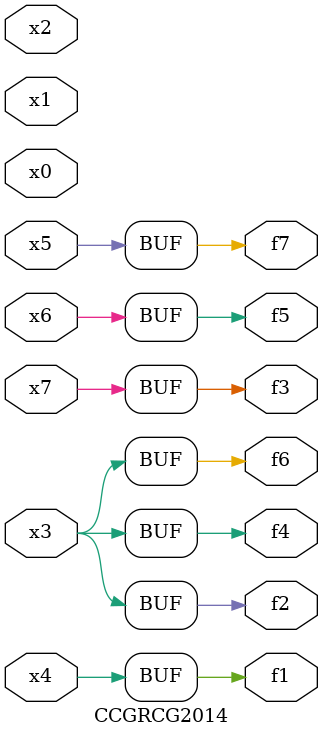
<source format=v>
module CCGRCG2014(
	input x0, x1, x2, x3, x4, x5, x6, x7,
	output f1, f2, f3, f4, f5, f6, f7
);
	assign f1 = x4;
	assign f2 = x3;
	assign f3 = x7;
	assign f4 = x3;
	assign f5 = x6;
	assign f6 = x3;
	assign f7 = x5;
endmodule

</source>
